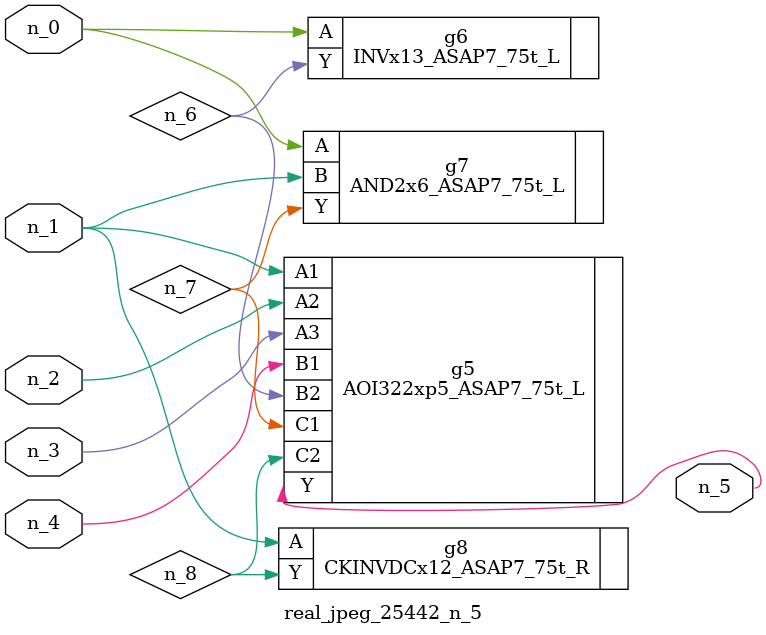
<source format=v>
module real_jpeg_25442_n_5 (n_4, n_0, n_1, n_2, n_3, n_5);

input n_4;
input n_0;
input n_1;
input n_2;
input n_3;

output n_5;

wire n_8;
wire n_6;
wire n_7;

INVx13_ASAP7_75t_L g6 ( 
.A(n_0),
.Y(n_6)
);

AND2x6_ASAP7_75t_L g7 ( 
.A(n_0),
.B(n_1),
.Y(n_7)
);

AOI322xp5_ASAP7_75t_L g5 ( 
.A1(n_1),
.A2(n_2),
.A3(n_3),
.B1(n_4),
.B2(n_6),
.C1(n_7),
.C2(n_8),
.Y(n_5)
);

CKINVDCx12_ASAP7_75t_R g8 ( 
.A(n_1),
.Y(n_8)
);


endmodule
</source>
